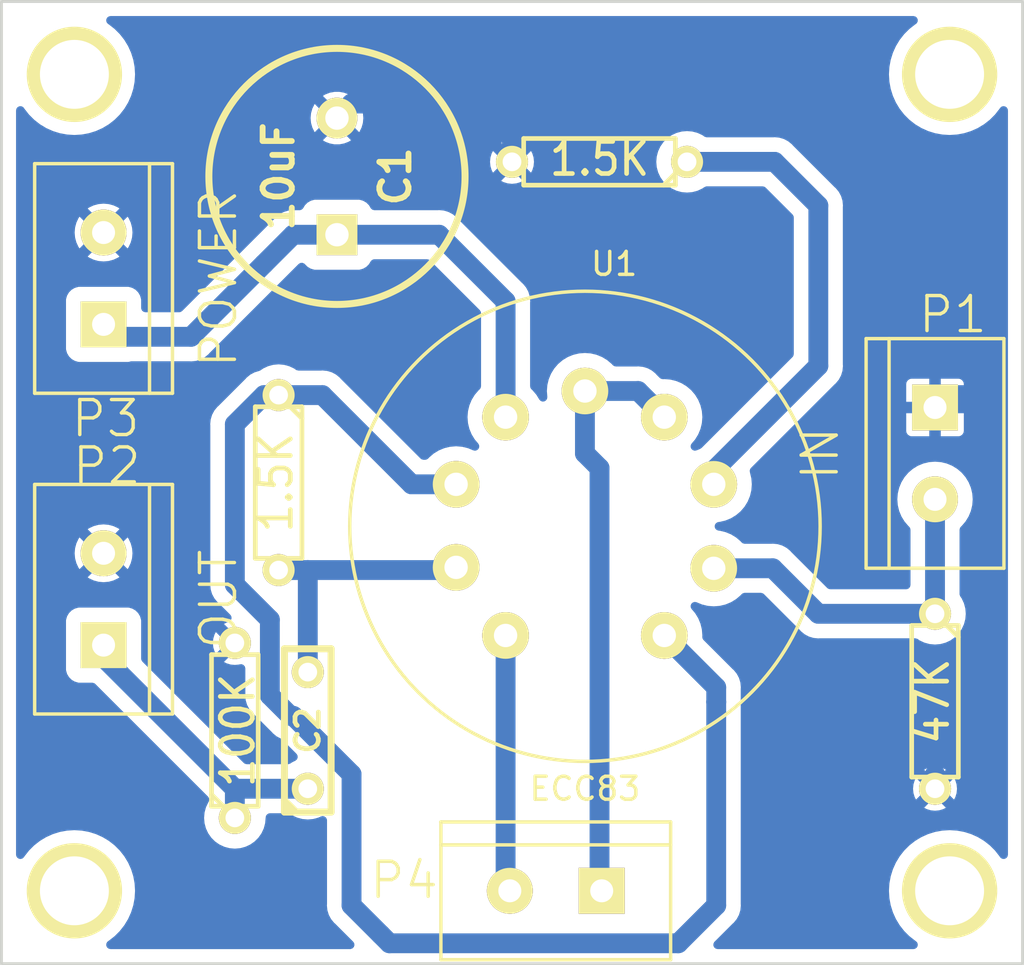
<source format=kicad_pcb>
(kicad_pcb (version 20221018) (generator pcbnew)
  (layers (0 "F.Cu" signal "Composant") (31 "B.Cu" signal "Cuivre") (34 "B.Paste" user) (35 "F.Paste" user) (36 "B.SilkS" user "B.Silkscreen") (37 "F.SilkS" user "F.Silkscreen") (38 "B.Mask" user) (39 "F.Mask" user) (44 "Edge.Cuts" user))
  (net 0 "")
  (net 1 "GND")
  (net 2 "Net-(C1-Pad1)")
  (net 3 "Net-(C2-Pad1)")
  (net 4 "Net-(C2-Pad2)")
  (net 5 "Net-(P1-Pad2)")
  (net 6 "Net-(P4-Pad1)")
  (net 7 "Net-(P4-Pad2)")
  (net 8 "Net-(R1-Pad1)")
  (net 9 "Net-(R2-Pad1)")
  (net 10 "Net-(P5-Pad1)")
  (net 11 "Net-(P6-Pad1)")
  (net 12 "Net-(P7-Pad1)")
  (net 13 "Net-(P8-Pad1)")
  (footprint "discret:C2V10" (layer "F.Cu") (at 138.43 98.425 90)
    (fp_text reference "C1" (at 0 2.54 90) (layer "F.SilkS") (effects (font (size 1.27 1.27) (thickness 0.254))))
    (fp_text value "10uF" (at 0 -2.54 90) (layer "F.SilkS") (effects (font (size 1.27 1.27) (thickness 0.254))))
    (fp_circle (center 0 0) (end 4.826 -2.794) (stroke (width 0.3048)) (fill none) (layer "F.SilkS"))
    (pad "1" thru_hole rect (at -2.54 0 90) (size 1.778 1.778) (drill 1.016) (layers "*.Cu" "*.Mask" "F.SilkS") (net 2 "Net-(C1-Pad1)"))
    (pad "2" thru_hole circle (at 2.54 0 90) (size 1.778 1.778) (drill 1.016) (layers "*.Cu" "*.Mask" "F.SilkS") (net 1 "GND"))
  )
  (footprint "discret:C2" (layer "F.Cu") (at 137.16 122.555 90)
    (fp_text reference "C2" (at 0 0 90) (layer "F.SilkS") (effects (font (size 1.016 1.016) (thickness 0.2032))))
    (fp_text value "680nF" hide)
    (fp_line (start -3.556 -1.016) (end 3.556 -1.016) (stroke (width 0.3048)) (layer "F.SilkS"))
    (fp_line (start -3.556 -0.508) (end -3.048 -1.016) (stroke (width 0.3048)) (layer "F.SilkS"))
    (fp_line (start -3.556 1.016) (end -3.556 -1.016) (stroke (width 0.3048)) (layer "F.SilkS"))
    (fp_line (start 3.556 -1.016) (end 3.556 1.016) (stroke (width 0.3048)) (layer "F.SilkS"))
    (fp_line (start 3.556 1.016) (end -3.556 1.016) (stroke (width 0.3048)) (layer "F.SilkS"))
    (pad "1" thru_hole circle (at -2.54 0 90) (size 1.397 1.397) (drill 0.8128) (layers "*.Cu" "*.Mask" "F.SilkS") (net 3 "Net-(C2-Pad1)"))
    (pad "2" thru_hole circle (at 2.54 0 90) (size 1.397 1.397) (drill 0.8128) (layers "*.Cu" "*.Mask" "F.SilkS") (net 4 "Net-(C2-Pad2)"))
  )
  (footprint "connect:bornier2" (layer "F.Cu") (at 164.465 110.49 -90)
    (fp_text reference "P1" (at -6.05 -0.775) (layer "F.SilkS") (effects (font (size 1.524 1.524))))
    (fp_text value "IN" (at 0 5 270) (layer "F.SilkS") (effects (font (size 1.524 1.524))))
    (fp_line (start -5 -3) (end -5 3) (stroke (width 0.15)) (layer "F.SilkS"))
    (fp_line (start -5 3) (end 5 3) (stroke (width 0.15)) (layer "F.SilkS"))
    (fp_line (start 5 -3) (end -5 -3) (stroke (width 0.15)) (layer "F.SilkS"))
    (fp_line (start 5 2) (end -5 2) (stroke (width 0.15)) (layer "F.SilkS"))
    (fp_line (start 5 3) (end 5 -3) (stroke (width 0.15)) (layer "F.SilkS"))
    (pad "1" thru_hole rect (at -2 0 270) (size 2 2) (drill 1) (layers "*.Cu" "*.Mask" "F.SilkS") (net 1 "GND"))
    (pad "2" thru_hole circle (at 2 0 270) (size 2 2) (drill 1) (layers "*.Cu" "*.Mask" "F.SilkS") (net 5 "Net-(P1-Pad2)"))
  )
  (footprint "connect:bornier2" (layer "F.Cu") (at 128.27 116.84 90)
    (fp_text reference "P2" (at 5.81 0.14 180) (layer "F.SilkS") (effects (font (size 1.524 1.524))))
    (fp_text value "OUT" (at 0 5 90) (layer "F.SilkS") (effects (font (size 1.524 1.524))))
    (fp_line (start -5 -3) (end -5 3) (stroke (width 0.15)) (layer "F.SilkS"))
    (fp_line (start -5 3) (end 5 3) (stroke (width 0.15)) (layer "F.SilkS"))
    (fp_line (start 5 -3) (end -5 -3) (stroke (width 0.15)) (layer "F.SilkS"))
    (fp_line (start 5 2) (end -5 2) (stroke (width 0.15)) (layer "F.SilkS"))
    (fp_line (start 5 3) (end 5 -3) (stroke (width 0.15)) (layer "F.SilkS"))
    (pad "1" thru_hole rect (at -2 0 90) (size 2 2) (drill 1) (layers "*.Cu" "*.Mask" "F.SilkS") (net 3 "Net-(C2-Pad1)"))
    (pad "2" thru_hole circle (at 2 0 90) (size 2 2) (drill 1) (layers "*.Cu" "*.Mask" "F.SilkS") (net 1 "GND"))
  )
  (footprint "connect:bornier2" (layer "F.Cu") (at 128.27 102.87 90)
    (fp_text reference "P3" (at -6.1 0.09 180) (layer "F.SilkS") (effects (font (size 1.524 1.524))))
    (fp_text value "POWER" (at 0 5 90) (layer "F.SilkS") (effects (font (size 1.524 1.524))))
    (fp_line (start -5 -3) (end -5 3) (stroke (width 0.15)) (layer "F.SilkS"))
    (fp_line (start -5 3) (end 5 3) (stroke (width 0.15)) (layer "F.SilkS"))
    (fp_line (start 5 -3) (end -5 -3) (stroke (width 0.15)) (layer "F.SilkS"))
    (fp_line (start 5 2) (end -5 2) (stroke (width 0.15)) (layer "F.SilkS"))
    (fp_line (start 5 3) (end 5 -3) (stroke (width 0.15)) (layer "F.SilkS"))
    (pad "1" thru_hole rect (at -2 0 90) (size 2 2) (drill 1) (layers "*.Cu" "*.Mask" "F.SilkS") (net 2 "Net-(C1-Pad1)"))
    (pad "2" thru_hole circle (at 2 0 90) (size 2 2) (drill 1) (layers "*.Cu" "*.Mask" "F.SilkS") (net 1 "GND"))
  )
  (footprint "connect:bornier2" (layer "F.Cu") (at 147.955 129.54 180)
    (fp_text reference "P4" (at 6.605 0.46 180) (layer "F.SilkS") (effects (font (size 1.524 1.524))))
    (fp_text value "CONN_2" hide)
    (fp_line (start -5 -3) (end -5 3) (stroke (width 0.15)) (layer "F.SilkS"))
    (fp_line (start -5 3) (end 5 3) (stroke (width 0.15)) (layer "F.SilkS"))
    (fp_line (start 5 -3) (end -5 -3) (stroke (width 0.15)) (layer "F.SilkS"))
    (fp_line (start 5 2) (end -5 2) (stroke (width 0.15)) (layer "F.SilkS"))
    (fp_line (start 5 3) (end 5 -3) (stroke (width 0.15)) (layer "F.SilkS"))
    (pad "1" thru_hole rect (at -2 0 180) (size 2 2) (drill 1) (layers "*.Cu" "*.Mask" "F.SilkS") (net 6 "Net-(P4-Pad1)"))
    (pad "2" thru_hole circle (at 2 0 180) (size 2 2) (drill 1) (layers "*.Cu" "*.Mask" "F.SilkS") (net 7 "Net-(P4-Pad2)"))
  )
  (footprint "connect:1pin" (layer "F.Cu") (at 127 93.98)
    (fp_text reference "P5" hide)
    (fp_text value "CONN_1" hide)
    (fp_circle (center 0 0) (end 0 -2) (stroke (width 0.15)) (fill none) (layer "F.SilkS"))
    (pad "1" thru_hole circle (at 0 0) (size 4 4) (drill 3) (layers "*.Cu" "*.Mask" "F.SilkS") (net 10 "Net-(P5-Pad1)"))
  )
  (footprint "connect:1pin" (layer "F.Cu") (at 165.1 93.98)
    (fp_text reference "P6" hide)
    (fp_text value "CONN_1" hide)
    (fp_circle (center 0 0) (end 0 -2) (stroke (width 0.15)) (fill none) (layer "F.SilkS"))
    (pad "1" thru_hole circle (at 0 0) (size 4 4) (drill 3) (layers "*.Cu" "*.Mask" "F.SilkS") (net 11 "Net-(P6-Pad1)"))
  )
  (footprint "connect:1pin" (layer "F.Cu") (at 165.1 129.54)
    (fp_text reference "P7" hide)
    (fp_text value "CONN_1" hide)
    (fp_circle (center 0 0) (end 0 -2) (stroke (width 0.15)) (fill none) (layer "F.SilkS"))
    (pad "1" thru_hole circle (at 0 0) (size 4 4) (drill 3) (layers "*.Cu" "*.Mask" "F.SilkS") (net 12 "Net-(P7-Pad1)"))
  )
  (footprint "connect:1pin" (layer "F.Cu") (at 127 129.54)
    (fp_text reference "P8" hide)
    (fp_text value "CONN_1" hide)
    (fp_circle (center 0 0) (end 0 -2) (stroke (width 0.15)) (fill none) (layer "F.SilkS"))
    (pad "1" thru_hole circle (at 0 0) (size 4 4) (drill 3) (layers "*.Cu" "*.Mask" "F.SilkS") (net 13 "Net-(P8-Pad1)"))
  )
  (footprint "discret:R3" (layer "F.Cu") (at 135.89 111.76 -90)
    (fp_text reference "R1" hide)
    (fp_text value "1.5K" (at 0 0.127 270) (layer "F.SilkS") (effects (font (size 1.397 1.27) (thickness 0.2032))))
    (fp_line (start -3.81 0) (end -3.302 0) (stroke (width 0.2032)) (layer "F.SilkS"))
    (fp_line (start -3.302 -1.016) (end -3.302 1.016) (stroke (width 0.2032)) (layer "F.SilkS"))
    (fp_line (start -3.302 -0.508) (end -2.794 -1.016) (stroke (width 0.2032)) (layer "F.SilkS"))
    (fp_line (start -3.302 1.016) (end 3.302 1.016) (stroke (width 0.2032)) (layer "F.SilkS"))
    (fp_line (start 3.302 -1.016) (end -3.302 -1.016) (stroke (width 0.2032)) (layer "F.SilkS"))
    (fp_line (start 3.302 0) (end 3.302 -1.016) (stroke (width 0.2032)) (layer "F.SilkS"))
    (fp_line (start 3.302 1.016) (end 3.302 0) (stroke (width 0.2032)) (layer "F.SilkS"))
    (fp_line (start 3.81 0) (end 3.302 0) (stroke (width 0.2032)) (layer "F.SilkS"))
    (pad "1" thru_hole circle (at -3.81 0 270) (size 1.397 1.397) (drill 0.8128) (layers "*.Cu" "*.Mask" "F.SilkS") (net 8 "Net-(R1-Pad1)"))
    (pad "2" thru_hole circle (at 3.81 0 270) (size 1.397 1.397) (drill 0.8128) (layers "*.Cu" "*.Mask" "F.SilkS") (net 4 "Net-(C2-Pad2)"))
  )
  (footprint "discret:R3" (layer "F.Cu") (at 149.86 97.79 180)
    (fp_text reference "R2" hide)
    (fp_text value "1.5K" (at 0 0.127 180) (layer "F.SilkS") (effects (font (size 1.397 1.27) (thickness 0.2032))))
    (fp_line (start -3.81 0) (end -3.302 0) (stroke (width 0.2032)) (layer "F.SilkS"))
    (fp_line (start -3.302 -1.016) (end -3.302 1.016) (stroke (width 0.2032)) (layer "F.SilkS"))
    (fp_line (start -3.302 -0.508) (end -2.794 -1.016) (stroke (width 0.2032)) (layer "F.SilkS"))
    (fp_line (start -3.302 1.016) (end 3.302 1.016) (stroke (width 0.2032)) (layer "F.SilkS"))
    (fp_line (start 3.302 -1.016) (end -3.302 -1.016) (stroke (width 0.2032)) (layer "F.SilkS"))
    (fp_line (start 3.302 0) (end 3.302 -1.016) (stroke (width 0.2032)) (layer "F.SilkS"))
    (fp_line (start 3.302 1.016) (end 3.302 0) (stroke (width 0.2032)) (layer "F.SilkS"))
    (fp_line (start 3.81 0) (end 3.302 0) (stroke (width 0.2032)) (layer "F.SilkS"))
    (pad "1" thru_hole circle (at -3.81 0 180) (size 1.397 1.397) (drill 0.8128) (layers "*.Cu" "*.Mask" "F.SilkS") (net 9 "Net-(R2-Pad1)"))
    (pad "2" thru_hole circle (at 3.81 0 180) (size 1.397 1.397) (drill 0.8128) (layers "*.Cu" "*.Mask" "F.SilkS") (net 1 "GND"))
  )
  (footprint "discret:R3" (layer "F.Cu") (at 133.985 122.555 90)
    (fp_text reference "R3" hide)
    (fp_text value "100K" (at 0 0.127 90) (layer "F.SilkS") (effects (font (size 1.397 1.27) (thickness 0.2032))))
    (fp_line (start -3.81 0) (end -3.302 0) (stroke (width 0.2032)) (layer "F.SilkS"))
    (fp_line (start -3.302 -1.016) (end -3.302 1.016) (stroke (width 0.2032)) (layer "F.SilkS"))
    (fp_line (start -3.302 -0.508) (end -2.794 -1.016) (stroke (width 0.2032)) (layer "F.SilkS"))
    (fp_line (start -3.302 1.016) (end 3.302 1.016) (stroke (width 0.2032)) (layer "F.SilkS"))
    (fp_line (start 3.302 -1.016) (end -3.302 -1.016) (stroke (width 0.2032)) (layer "F.SilkS"))
    (fp_line (start 3.302 0) (end 3.302 -1.016) (stroke (width 0.2032)) (layer "F.SilkS"))
    (fp_line (start 3.302 1.016) (end 3.302 0) (stroke (width 0.2032)) (layer "F.SilkS"))
    (fp_line (start 3.81 0) (end 3.302 0) (stroke (width 0.2032)) (layer "F.SilkS"))
    (pad "1" thru_hole circle (at -3.81 0 90) (size 1.397 1.397) (drill 0.8128) (layers "*.Cu" "*.Mask" "F.SilkS") (net 3 "Net-(C2-Pad1)"))
    (pad "2" thru_hole circle (at 3.81 0 90) (size 1.397 1.397) (drill 0.8128) (layers "*.Cu" "*.Mask" "F.SilkS") (net 1 "GND"))
  )
  (footprint "discret:R3" (layer "F.Cu") (at 164.465 121.285 -90)
    (fp_text reference "R4" hide)
    (fp_text value "47K" (at 0 0.127 270) (layer "F.SilkS") (effects (font (size 1.397 1.27) (thickness 0.2032))))
    (fp_line (start -3.81 0) (end -3.302 0) (stroke (width 0.2032)) (layer "F.SilkS"))
    (fp_line (start -3.302 -1.016) (end -3.302 1.016) (stroke (width 0.2032)) (layer "F.SilkS"))
    (fp_line (start -3.302 -0.508) (end -2.794 -1.016) (stroke (width 0.2032)) (layer "F.SilkS"))
    (fp_line (start -3.302 1.016) (end 3.302 1.016) (stroke (width 0.2032)) (layer "F.SilkS"))
    (fp_line (start 3.302 -1.016) (end -3.302 -1.016) (stroke (width 0.2032)) (layer "F.SilkS"))
    (fp_line (start 3.302 0) (end 3.302 -1.016) (stroke (width 0.2032)) (layer "F.SilkS"))
    (fp_line (start 3.302 1.016) (end 3.302 0) (stroke (width 0.2032)) (layer "F.SilkS"))
    (fp_line (start 3.81 0) (end 3.302 0) (stroke (width 0.2032)) (layer "F.SilkS"))
    (pad "1" thru_hole circle (at -3.81 0 270) (size 1.397 1.397) (drill 0.8128) (layers "*.Cu" "*.Mask" "F.SilkS") (net 5 "Net-(P1-Pad2)"))
    (pad "2" thru_hole circle (at 3.81 0 270) (size 1.397 1.397) (drill 0.8128) (layers "*.Cu" "*.Mask" "F.SilkS") (net 1 "GND"))
  )
  (footprint "Valves:VALVE-ECC-83-1" (layer "F.Cu") (at 149.225 113.665)
    (fp_text reference "U1" (at 1.27 -11.43) (layer "F.SilkS"))
    (fp_text value "ECC83" (at 0 11.43) (layer "F.SilkS"))
    (fp_circle (center 0 0) (end 10.16 1.27) (stroke (width 0.15)) (fill none) (layer "F.SilkS"))
    (pad "1" thru_hole circle (at 3.4544 4.75488) (size 2.032 2.032) (drill 1.016) (layers "*.Cu" "*.Mask" "F.SilkS") (net 8 "Net-(R1-Pad1)"))
    (pad "2" thru_hole circle (at 5.60832 1.8288) (size 2.032 2.032) (drill 1.016) (layers "*.Cu" "*.Mask" "F.SilkS") (net 5 "Net-(P1-Pad2)"))
    (pad "3" thru_hole circle (at 5.60832 -1.8288) (size 2.032 2.032) (drill 1.016) (layers "*.Cu" "*.Mask" "F.SilkS") (net 9 "Net-(R2-Pad1)"))
    (pad "4" thru_hole circle (at 3.4544 -4.75488) (size 2.032 2.032) (drill 1.016) (layers "*.Cu" "*.Mask" "F.SilkS") (net 6 "Net-(P4-Pad1)"))
    (pad "5" thru_hole circle (at 0 -5.8928) (size 2.032 2.032) (drill 1.016) (layers "*.Cu" "*.Mask" "F.SilkS") (net 6 "Net-(P4-Pad1)"))
    (pad "6" thru_hole circle (at -3.4544 -4.75488) (size 2.032 2.032) (drill 1.016) (layers "*.Cu" "*.Mask" "F.SilkS") (net 2 "Net-(C1-Pad1)"))
    (pad "7" thru_hole circle (at -5.60832 -1.8288) (size 2.032 2.032) (drill 1.016) (layers "*.Cu" "*.Mask" "F.SilkS") (net 8 "Net-(R1-Pad1)"))
    (pad "8" thru_hole circle (at -5.60832 1.78816) (size 2.032 2.032) (drill 1.016) (layers "*.Cu" "*.Mask" "F.SilkS") (net 4 "Net-(C2-Pad2)"))
    (pad "9" thru_hole circle (at -3.4544 4.75488) (size 2.032 2.032) (drill 1.016) (layers "*.Cu" "*.Mask" "F.SilkS") (net 7 "Net-(P4-Pad2)"))
  )
  (gr_line (start 123.825 90.805) (end 123.825 132.715) (stroke (width 0.127)) (layer "Edge.Cuts"))
  (gr_line (start 168.275 90.805) (end 123.825 90.805) (stroke (width 0.127)) (layer "Edge.Cuts"))
  (gr_line (start 168.275 90.805) (end 168.275 132.715) (stroke (width 0.127)) (layer "Edge.Cuts"))
  (gr_line (start 123.825 132.715) (end 168.275 132.715) (stroke (width 0.127)) (layer "Edge.Cuts"))
  (segment (start 138.43 95.885) (end 139.065 95.25) (width 0.8636) (layer "B.Cu") (net 1))
  (segment (start 164.465 125.095) (end 164.465 124.46) (width 0.8636) (layer "B.Cu") (net 1))
  (segment (start 146.05 97.79) (end 146.05 95.25) (width 0.8636) (layer "B.Cu") (net 1))
  (segment (start 142.24 95.25) (end 146.05 95.25) (width 0.8636) (layer "B.Cu") (net 1))
  (segment (start 164.465 107.95) (end 165.735 107.95) (width 0.8636) (layer "B.Cu") (net 1))
  (segment (start 139.065 95.25) (end 142.24 95.25) (width 0.8636) (layer "B.Cu") (net 1))
  (segment (start 138.43 100.965) (end 136.525 100.965) (width 0.8636) (layer "B.Cu") (net 2))
  (segment (start 145.7706 103.8606) (end 142.875 100.965) (width 0.8636) (layer "B.Cu") (net 2))
  (segment (start 136.525 100.965) (end 135.255 102.235) (width 0.8636) (layer "B.Cu") (net 2))
  (segment (start 142.875 100.965) (end 138.43 100.965) (width 0.8636) (layer "B.Cu") (net 2))
  (segment (start 145.7706 108.91012) (end 145.7706 103.8606) (width 0.8636) (layer "B.Cu") (net 2))
  (segment (start 128.27 105.41) (end 132.08 105.41) (width 0.8636) (layer "B.Cu") (net 2))
  (segment (start 132.08 105.41) (end 135.255 102.235) (width 0.8636) (layer "B.Cu") (net 2))
  (segment (start 133.985 125.095) (end 128.27 119.38) (width 0.8636) (layer "B.Cu") (net 3))
  (segment (start 137.16 125.095) (end 133.985 125.095) (width 0.8636) (layer "B.Cu") (net 3))
  (segment (start 133.985 126.365) (end 133.985 125.095) (width 0.8636) (layer "B.Cu") (net 3))
  (segment (start 135.89 115.57) (end 137.16 115.57) (width 0.8636) (layer "B.Cu") (net 4))
  (segment (start 137.16 120.015) (end 137.16 115.57) (width 0.8636) (layer "B.Cu") (net 4))
  (segment (start 137.16 115.57) (end 143.49984 115.57) (width 0.8636) (layer "B.Cu") (net 4))
  (segment (start 143.49984 115.57) (end 143.61668 115.45316) (width 0.8636) (layer "B.Cu") (net 4))
  (segment (start 159.385 117.475) (end 164.465 117.475) (width 0.8636) (layer "B.Cu") (net 5))
  (segment (start 154.83332 115.4938) (end 157.4038 115.4938) (width 0.8636) (layer "B.Cu") (net 5))
  (segment (start 164.465 117.475) (end 164.465 113.03) (width 0.8636) (layer "B.Cu") (net 5))
  (segment (start 157.4038 115.4938) (end 159.385 117.475) (width 0.8636) (layer "B.Cu") (net 5))
  (segment (start 149.86 128.905) (end 150.495 129.54) (width 0.8636) (layer "B.Cu") (net 6))
  (segment (start 149.86 111.125) (end 149.86 128.905) (width 0.8636) (layer "B.Cu") (net 6))
  (segment (start 149.225 107.7722) (end 149.225 110.49) (width 0.8636) (layer "B.Cu") (net 6))
  (segment (start 151.54148 107.7722) (end 152.6794 108.91012) (width 0.8636) (layer "B.Cu") (net 6))
  (segment (start 149.225 107.7722) (end 151.54148 107.7722) (width 0.8636) (layer "B.Cu") (net 6))
  (segment (start 149.225 110.49) (end 149.86 111.125) (width 0.8636) (layer "B.Cu") (net 6))
  (segment (start 145.7706 118.41988) (end 145.7706 129.1844) (width 0.8636) (layer "B.Cu") (net 7))
  (segment (start 145.7706 129.1844) (end 145.415 129.54) (width 0.8636) (layer "B.Cu") (net 7))
  (segment (start 154.94 121.31548) (end 154.94 121.31548) (width 0.8636) (layer "B.Cu") (net 8))
  (segment (start 154.94 120.68048) (end 152.6794 118.41988) (width 0.8636) (layer "B.Cu") (net 8))
  (segment (start 136.525 121.92) (end 139.065 124.46) (width 0.8636) (layer "B.Cu") (net 8))
  (segment (start 133.985 109.22) (end 133.985 116.205) (width 0.8636) (layer "B.Cu") (net 8))
  (segment (start 141.6812 111.8362) (end 137.795 107.95) (width 0.8636) (layer "B.Cu") (net 8))
  (segment (start 139.065 130.175) (end 140.335 131.445) (width 0.8636) (layer "B.Cu") (net 8))
  (segment (start 135.89 107.95) (end 135.255 107.95) (width 0.8636) (layer "B.Cu") (net 8))
  (segment (start 153.289 131.826) (end 154.94 130.175) (width 0.8636) (layer "B.Cu") (net 8))
  (segment (start 136.398 121.92) (end 135.509 121.031) (width 0.8636) (layer "B.Cu") (net 8))
  (segment (start 143.61668 111.8362) (end 141.6812 111.8362) (width 0.8636) (layer "B.Cu") (net 8))
  (segment (start 135.509 117.729) (end 133.985 116.205) (width 0.8636) (layer "B.Cu") (net 8))
  (segment (start 135.255 107.95) (end 133.985 109.22) (width 0.8636) (layer "B.Cu") (net 8))
  (segment (start 139.065 124.46) (end 139.065 130.175) (width 0.8636) (layer "B.Cu") (net 8))
  (segment (start 135.509 121.031) (end 135.509 117.729) (width 0.8636) (layer "B.Cu") (net 8))
  (segment (start 154.94 121.31548) (end 154.94 120.68048) (width 0.8636) (layer "B.Cu") (net 8))
  (segment (start 135.89 107.95) (end 137.795 107.95) (width 0.8636) (layer "B.Cu") (net 8))
  (segment (start 154.94 130.175) (end 154.94 121.31548) (width 0.8636) (layer "B.Cu") (net 8))
  (segment (start 136.525 121.92) (end 136.398 121.92) (width 0.8636) (layer "B.Cu") (net 8))
  (segment (start 140.716 131.826) (end 153.289 131.826) (width 0.8636) (layer "B.Cu") (net 8))
  (segment (start 140.335 131.445) (end 140.716 131.826) (width 0.8636) (layer "B.Cu") (net 8))
  (segment (start 154.83332 111.23168) (end 159.385 106.68) (width 0.8636) (layer "B.Cu") (net 9))
  (segment (start 157.48 97.79) (end 159.385 99.695) (width 0.8636) (layer "B.Cu") (net 9))
  (segment (start 159.385 106.68) (end 159.385 99.695) (width 0.8636) (layer "B.Cu") (net 9))
  (segment (start 153.67 97.79) (end 157.48 97.79) (width 0.8636) (layer "B.Cu") (net 9))
  (segment (start 154.83332 111.8362) (end 154.83332 111.23168) (width 0.8636) (layer "B.Cu") (net 9))
  (zone (net 1) (net_name "GND") (layer "B.Cu") (connect_pads (clearance 0.635)) (min_thickness 0.381) (fill yes (thermal_gap 0.254) (thermal_bridge_width 0.50038))
    (polygon (pts (xy 167.64 132.08) (xy 167.64 91.44) (xy 124.46 91.44) (xy 124.46 132.08)))
  )
)
</source>
